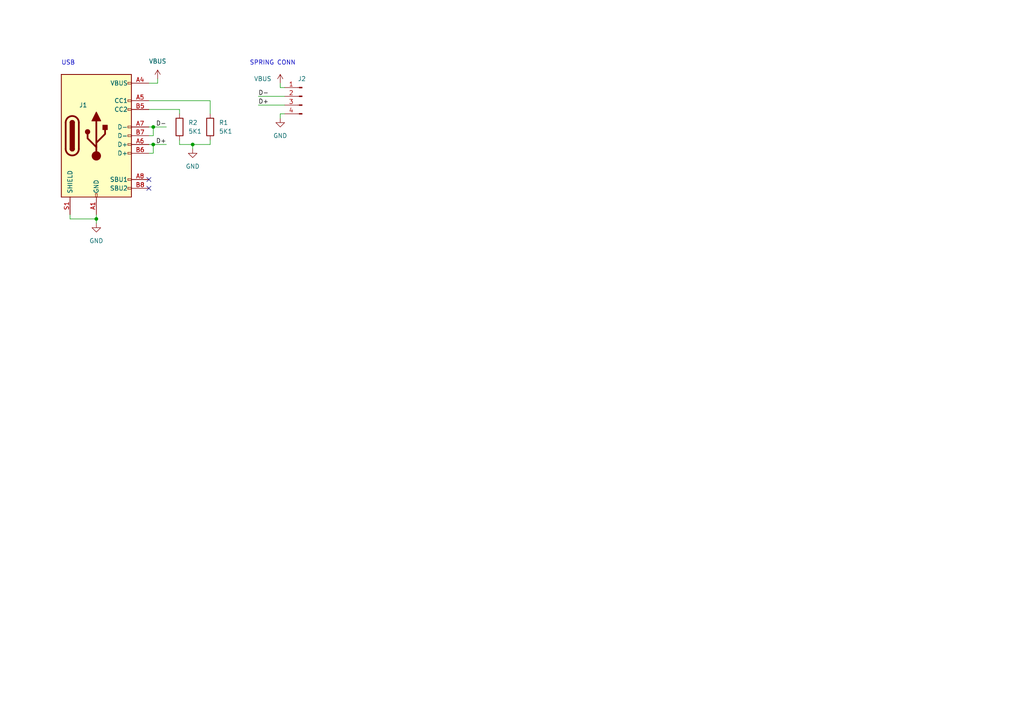
<source format=kicad_sch>
(kicad_sch (version 20230121) (generator eeschema)
  (paper "A4")
  (lib_symbols
    (symbol "Connector:Conn_01x04_Pin" (pin_names (offset 1.016) hide)
      (property "Reference" "J" (at 0 5.08 0))
      (property "Value" "Conn_01x04_Pin" (at 0 -7.62 0))
      (symbol "Conn_01x04_Pin_1_1"
        (polyline (pts (xy 1.27 -5.08) (xy 0.8636 -5.08)) (stroke (width 0.1524)))
        (polyline (pts (xy 1.27 -2.54) (xy 0.8636 -2.54)) (stroke (width 0.1524)))
        (polyline (pts (xy 1.27 0) (xy 0.8636 0)) (stroke (width 0.1524)))
        (polyline (pts (xy 1.27 2.54) (xy 0.8636 2.54)) (stroke (width 0.1524)))
        (rectangle (start 0.8636 -4.953) (end 0 -5.207) (stroke (width 0.1524)) (fill (type outline)))
        (rectangle (start 0.8636 -2.413) (end 0 -2.667) (stroke (width 0.1524)) (fill (type outline)))
        (rectangle (start 0.8636 0.127) (end 0 -0.127) (stroke (width 0.1524)) (fill (type outline)))
        (rectangle (start 0.8636 2.667) (end 0 2.413) (stroke (width 0.1524)) (fill (type outline)))
        (pin passive line (at 5.08 2.54 180) (length 3.81) (name "Pin_1") (number "1"))
        (pin passive line (at 5.08 0 180) (length 3.81) (name "Pin_2") (number "2"))
        (pin passive line (at 5.08 -2.54 180) (length 3.81) (name "Pin_3") (number "3"))
        (pin passive line (at 5.08 -5.08 180) (length 3.81) (name "Pin_4") (number "4"))
      )
    )
    (symbol "Connector:USB_C_Receptacle_USB2.0_16P" (pin_names (offset 1.016))
      (property "Reference" "J" (at 0 22.225 0))
      (property "Value" "USB_C_Receptacle_USB2.0_16P" (at 0 19.685 0))
      (symbol "USB_C_Receptacle_USB2.0_16P_0_0"
        (rectangle (start -0.254 -17.78) (end 0.254 -16.764))
        (rectangle (start 10.16 -14.986) (end 9.144 -15.494))
        (rectangle (start 10.16 -12.446) (end 9.144 -12.954))
        (rectangle (start 10.16 -4.826) (end 9.144 -5.334))
        (rectangle (start 10.16 -2.286) (end 9.144 -2.794))
        (rectangle (start 10.16 0.254) (end 9.144 -0.254))
        (rectangle (start 10.16 2.794) (end 9.144 2.286))
        (rectangle (start 10.16 7.874) (end 9.144 7.366))
        (rectangle (start 10.16 10.414) (end 9.144 9.906))
        (rectangle (start 10.16 15.494) (end 9.144 14.986))
      )
      (symbol "USB_C_Receptacle_USB2.0_16P_0_1"
        (rectangle (start -10.16 17.78) (end 10.16 -17.78) (stroke (width 0.254)) (fill (type background)))
        (arc (start -8.89 -3.81) (mid -6.985 -5.7067) (end -5.08 -3.81) (stroke (width 0.508)))
        (arc (start -7.62 -3.81) (mid -6.985 -4.4423) (end -6.35 -3.81) (stroke (width 0.254)))
        (arc (start -7.62 -3.81) (mid -6.985 -4.4423) (end -6.35 -3.81) (stroke (width 0.254)) (fill (type outline)))
        (rectangle (start -7.62 -3.81) (end -6.35 3.81) (stroke (width 0.254)) (fill (type outline)))
        (arc (start -6.35 3.81) (mid -6.985 4.4423) (end -7.62 3.81) (stroke (width 0.254)))
        (arc (start -6.35 3.81) (mid -6.985 4.4423) (end -7.62 3.81) (stroke (width 0.254)) (fill (type outline)))
        (arc (start -5.08 3.81) (mid -6.985 5.7067) (end -8.89 3.81) (stroke (width 0.508)))
        (circle (center -2.54 1.143) (radius 0.635) (stroke (width 0.254)) (fill (type outline)))
        (circle (center 0 -5.842) (radius 1.27) (fill (type outline)))
        (polyline (pts (xy -8.89 -3.81) (xy -8.89 3.81)) (stroke (width 0.508)))
        (polyline (pts (xy -5.08 3.81) (xy -5.08 -3.81)) (stroke (width 0.508)))
        (polyline (pts (xy 0 -5.842) (xy 0 4.318)) (stroke (width 0.508)))
        (polyline (pts (xy 0 -3.302) (xy -2.54 -0.762) (xy -2.54 0.508)) (stroke (width 0.508)))
        (polyline (pts (xy 0 -2.032) (xy 2.54 0.508) (xy 2.54 1.778)) (stroke (width 0.508)))
        (polyline (pts (xy -1.27 4.318) (xy 0 6.858) (xy 1.27 4.318) (xy -1.27 4.318)) (stroke (width 0.254)) (fill (type outline)))
        (rectangle (start 1.905 1.778) (end 3.175 3.048) (stroke (width 0.254)) (fill (type outline)))
      )
      (symbol "USB_C_Receptacle_USB2.0_16P_1_1"
        (pin passive line (at 0 -22.86 90) (length 5.08) (name "GND") (number "A1"))
        (pin passive line (at 0 -22.86 90) (length 5.08) hide (name "GND") (number "A12"))
        (pin passive line (at 15.24 15.24 180) (length 5.08) (name "VBUS") (number "A4"))
        (pin bidirectional line (at 15.24 10.16 180) (length 5.08) (name "CC1") (number "A5"))
        (pin bidirectional line (at 15.24 -2.54 180) (length 5.08) (name "D+") (number "A6"))
        (pin bidirectional line (at 15.24 2.54 180) (length 5.08) (name "D-") (number "A7"))
        (pin bidirectional line (at 15.24 -12.7 180) (length 5.08) (name "SBU1") (number "A8"))
        (pin passive line (at 15.24 15.24 180) (length 5.08) hide (name "VBUS") (number "A9"))
        (pin passive line (at 0 -22.86 90) (length 5.08) hide (name "GND") (number "B1"))
        (pin passive line (at 0 -22.86 90) (length 5.08) hide (name "GND") (number "B12"))
        (pin passive line (at 15.24 15.24 180) (length 5.08) hide (name "VBUS") (number "B4"))
        (pin bidirectional line (at 15.24 7.62 180) (length 5.08) (name "CC2") (number "B5"))
        (pin bidirectional line (at 15.24 -5.08 180) (length 5.08) (name "D+") (number "B6"))
        (pin bidirectional line (at 15.24 0 180) (length 5.08) (name "D-") (number "B7"))
        (pin bidirectional line (at 15.24 -15.24 180) (length 5.08) (name "SBU2") (number "B8"))
        (pin passive line (at 15.24 15.24 180) (length 5.08) hide (name "VBUS") (number "B9"))
        (pin passive line (at -7.62 -22.86 90) (length 5.08) (name "SHIELD") (number "S1"))
      )
    )
    (symbol "Device:R" (pin_numbers hide) (pin_names (offset 0))
      (property "Reference" "R" (at 2.032 0 90))
      (property "Value" "R" (at 0 0 90))
      (symbol "R_0_1"
        (rectangle (start -1.016 -2.54) (end 1.016 2.54) (stroke (width 0.254)))
      )
      (symbol "R_1_1"
        (pin passive line (at 0 3.81 270) (length 1.27) (name "~") (number "1"))
        (pin passive line (at 0 -3.81 90) (length 1.27) (name "~") (number "2"))
      )
    )
    (symbol "power:GND" (power) (pin_names (offset 0))
      (property "Value" "GND" (at 0 -3.81 0))
      (symbol "GND_0_1"
        (polyline (pts (xy 0 0) (xy 0 -1.27) (xy 1.27 -1.27) (xy 0 -2.54) (xy -1.27 -1.27) (xy 0 -1.27)))
      )
      (symbol "GND_1_1"
        (pin power_in line (at 0 0 270) (length 0) hide (name "GND") (number "1"))
      )
    )
    (symbol "power:VBUS" (power) (pin_names (offset 0))
      (property "Value" "VBUS" (at 0 3.81 0))
      (symbol "VBUS_0_1"
        (polyline (pts (xy -0.762 1.27) (xy 0 2.54)))
        (polyline (pts (xy 0 0) (xy 0 2.54)))
        (polyline (pts (xy 0 2.54) (xy 0.762 1.27)))
      )
      (symbol "VBUS_1_1"
        (pin power_in line (at 0 0 90) (length 0) hide (name "VBUS") (number "1"))
      )
    )
  )
  (junction (at 44.45 41.91))
  (junction (at 27.94 63.5))
  (junction (at 55.88 41.91))
  (junction (at 44.45 36.83))
  (no_connect (at 43.18 54.61))
  (no_connect (at 43.18 52.07))
  (wire (pts (xy 43.18 39.37) (xy 44.45 39.37)))
  (wire (pts (xy 52.07 41.91) (xy 55.88 41.91)))
  (wire (pts (xy 20.32 63.5) (xy 27.94 63.5)))
  (wire (pts (xy 44.45 41.91) (xy 48.26 41.91)))
  (wire (pts (xy 43.18 31.75) (xy 52.07 31.75)))
  (wire (pts (xy 81.28 34.29) (xy 81.28 33.02)))
  (wire (pts (xy 60.96 41.91) (xy 60.96 40.64)))
  (wire (pts (xy 27.94 62.23) (xy 27.94 63.5)))
  (wire (pts (xy 81.28 24.13) (xy 81.28 25.4)))
  (wire (pts (xy 60.96 29.21) (xy 60.96 33.02)))
  (wire (pts (xy 44.45 44.45) (xy 44.45 41.91)))
  (wire (pts (xy 55.88 41.91) (xy 60.96 41.91)))
  (wire (pts (xy 43.18 29.21) (xy 60.96 29.21)))
  (wire (pts (xy 81.28 33.02) (xy 82.55 33.02)))
  (wire (pts (xy 81.28 25.4) (xy 82.55 25.4)))
  (wire (pts (xy 74.93 27.94) (xy 82.55 27.94)))
  (wire (pts (xy 43.18 36.83) (xy 44.45 36.83)))
  (wire (pts (xy 74.93 30.48) (xy 82.55 30.48)))
  (wire (pts (xy 43.18 44.45) (xy 44.45 44.45)))
  (wire (pts (xy 43.18 24.13) (xy 45.72 24.13)))
  (wire (pts (xy 44.45 36.83) (xy 44.45 39.37)))
  (wire (pts (xy 20.32 62.23) (xy 20.32 63.5)))
  (wire (pts (xy 52.07 31.75) (xy 52.07 33.02)))
  (wire (pts (xy 45.72 24.13) (xy 45.72 22.86)))
  (wire (pts (xy 55.88 41.91) (xy 55.88 43.18)))
  (wire (pts (xy 44.45 36.83) (xy 48.26 36.83)))
  (wire (pts (xy 44.45 41.91) (xy 43.18 41.91)))
  (wire (pts (xy 27.94 63.5) (xy 27.94 64.77)))
  (wire (pts (xy 52.07 40.64) (xy 52.07 41.91)))
  (text "USB" (at 17.78 19.05 0) (effects (font (size 1.27 1.27)) (justify left bottom)))
  (text "SPRING CONN" (at 72.39 19.05 0) (effects (font (size 1.27 1.27)) (justify left bottom)))
  (label "D-" (at 48.26 36.83 180))
  (label "D+" (at 74.93 30.48 0))
  (label "D+" (at 48.26 41.91 180))
  (label "D-" (at 74.93 27.94 0))
  (symbol (lib_id "Device:R") (at 52.07 36.83 0) (unit 1)
    (property "Reference" "R2" (at 54.61 35.56 0) (effects (justify left)))
    (property "Value" "5K1" (at 54.61 38.1 0) (effects (justify left)))
    (property "Footprint" "Resistor_SMD:R_0402_1005Metric" (effects hide))
  )
  (symbol (lib_id "power:VBUS") (at 45.72 22.86 0) (unit 1)
    (property "Reference" "#PWR01" (effects hide))
    (property "Value" "VBUS" (at 45.72 17.78 0))
  )
  (symbol (lib_id "power:GND") (at 27.94 64.77 0) (unit 1)
    (property "Reference" "#PWR02" (effects hide))
    (property "Value" "GND" (at 27.94 69.85 0))
  )
  (symbol (lib_id "power:VBUS") (at 81.28 24.13 0) (unit 1)
    (property "Reference" "#PWR04" (effects hide))
    (property "Value" "VBUS" (at 76.2 22.86 0))
  )
  (symbol (lib_id "Connector:USB_C_Receptacle_USB2.0_16P") (at 27.94 39.37 0) (unit 1)
    (property "Reference" "J1" (at 24.13 30.48 0))
    (property "Value" "GT-USB-7010AN" (effects hide))
    (property "Footprint" "usbc:USB-SMD_GT-USB-7010AN" (effects hide))
    (property "Datasheet" "https://www.usb.org/sites/default/files/documents/usb_type-c.zip" (effects hide))
  )
  (symbol (lib_id "Device:R") (at 60.96 36.83 0) (unit 1)
    (property "Reference" "R1" (at 63.5 35.56 0) (effects (justify left)))
    (property "Value" "5K1" (at 63.5 38.1 0) (effects (justify left)))
    (property "Footprint" "Resistor_SMD:R_0402_1005Metric" (effects hide))
  )
  (symbol (lib_id "power:GND") (at 81.28 34.29 0) (unit 1)
    (property "Reference" "#PWR05" (effects hide))
    (property "Value" "GND" (at 81.28 39.37 0))
  )
  (symbol (lib_id "Connector:Conn_01x04_Pin") (at 87.63 27.94 0) (mirror y) (unit 1)
    (property "Reference" "J2" (at 86.36 22.86 0) (effects (justify right)))
    (property "Value" "Conn_01x04_Pin" (effects hide))
    (property "Footprint" "spring-conn:854-22-004-10-001101" (effects hide))
  )
  (symbol (lib_id "power:GND") (at 55.88 43.18 0) (unit 1)
    (property "Reference" "#PWR03" (effects hide))
    (property "Value" "GND" (at 55.88 48.26 0))
  )
)
</source>
